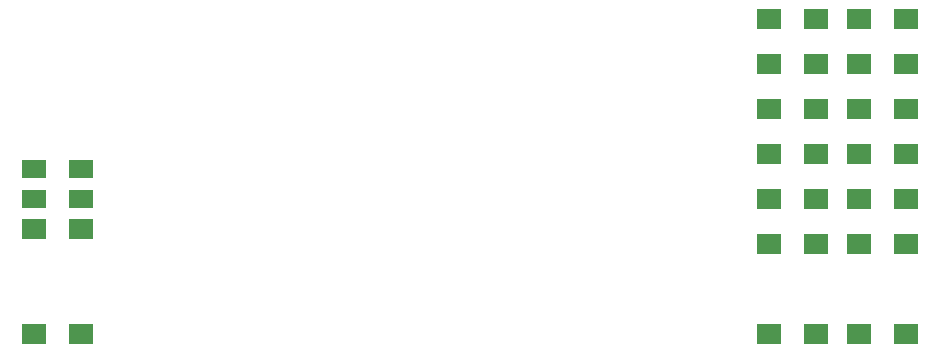
<source format=gbr>
G04 #@! TF.FileFunction,Paste,Top*
%FSLAX46Y46*%
G04 Gerber Fmt 4.6, Leading zero omitted, Abs format (unit mm)*
G04 Created by KiCad (PCBNEW 4.0.4-stable) date 12/22/17 17:35:49*
%MOMM*%
%LPD*%
G01*
G04 APERTURE LIST*
%ADD10C,0.100000*%
%ADD11R,2.000000X1.600000*%
%ADD12R,2.000000X1.700000*%
G04 APERTURE END LIST*
D10*
D11*
X114840000Y-54610000D03*
X118840000Y-54610000D03*
X114840000Y-52070000D03*
X118840000Y-52070000D03*
D12*
X177070000Y-39370000D03*
X181070000Y-39370000D03*
X177070000Y-43180000D03*
X181070000Y-43180000D03*
X177070000Y-46990000D03*
X181070000Y-46990000D03*
X177070000Y-50800000D03*
X181070000Y-50800000D03*
X177070000Y-54610000D03*
X181070000Y-54610000D03*
X177070000Y-58420000D03*
X181070000Y-58420000D03*
X114840000Y-66040000D03*
X118840000Y-66040000D03*
X118840000Y-57150000D03*
X114840000Y-57150000D03*
X184690000Y-66040000D03*
X188690000Y-66040000D03*
X177070000Y-66040000D03*
X181070000Y-66040000D03*
X188690000Y-39370000D03*
X184690000Y-39370000D03*
X188690000Y-43180000D03*
X184690000Y-43180000D03*
X188690000Y-46990000D03*
X184690000Y-46990000D03*
X188690000Y-50800000D03*
X184690000Y-50800000D03*
X188690000Y-54610000D03*
X184690000Y-54610000D03*
X188690000Y-58420000D03*
X184690000Y-58420000D03*
M02*

</source>
